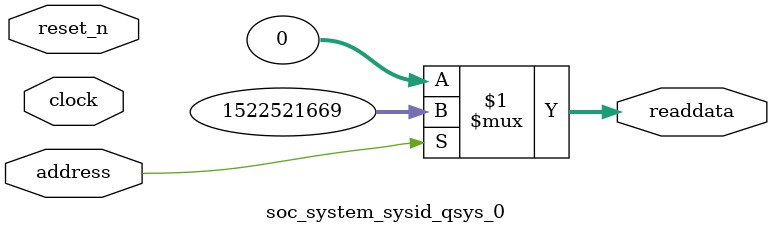
<source format=v>



// synthesis translate_off
`timescale 1ns / 1ps
// synthesis translate_on

// turn off superfluous verilog processor warnings 
// altera message_level Level1 
// altera message_off 10034 10035 10036 10037 10230 10240 10030 

module soc_system_sysid_qsys_0 (
               // inputs:
                address,
                clock,
                reset_n,

               // outputs:
                readdata
             )
;

  output  [ 31: 0] readdata;
  input            address;
  input            clock;
  input            reset_n;

  wire    [ 31: 0] readdata;
  //control_slave, which is an e_avalon_slave
  assign readdata = address ? 1522521669 : 0;

endmodule



</source>
